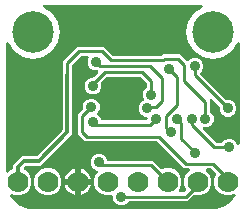
<source format=gbr>
G04 EAGLE Gerber RS-274X export*
G75*
%MOMM*%
%FSLAX34Y34*%
%LPD*%
%INBottom Copper*%
%IPPOS*%
%AMOC8*
5,1,8,0,0,1.08239X$1,22.5*%
G01*
%ADD10C,3.516000*%
%ADD11C,1.778000*%
%ADD12C,0.906400*%
%ADD13C,0.254000*%
%ADD14C,0.304800*%

G36*
X3868Y33212D02*
X3868Y33212D01*
X4007Y33217D01*
X4027Y33222D01*
X4047Y33224D01*
X4179Y33266D01*
X4313Y33305D01*
X4330Y33315D01*
X4349Y33322D01*
X4467Y33396D01*
X4587Y33467D01*
X4608Y33485D01*
X4618Y33492D01*
X4632Y33507D01*
X4707Y33573D01*
X6225Y35091D01*
X7852Y35764D01*
X7877Y35779D01*
X7905Y35788D01*
X8015Y35858D01*
X8128Y35922D01*
X8149Y35942D01*
X8174Y35958D01*
X8263Y36053D01*
X8356Y36143D01*
X8372Y36168D01*
X8392Y36190D01*
X8455Y36303D01*
X8523Y36414D01*
X8531Y36442D01*
X8546Y36468D01*
X8578Y36594D01*
X8616Y36718D01*
X8618Y36748D01*
X8625Y36776D01*
X8635Y36937D01*
X8635Y39784D01*
X16096Y47245D01*
X28271Y47245D01*
X28369Y47257D01*
X28468Y47260D01*
X28526Y47277D01*
X28586Y47285D01*
X28678Y47321D01*
X28773Y47349D01*
X28825Y47379D01*
X28882Y47402D01*
X28962Y47460D01*
X29047Y47510D01*
X29123Y47576D01*
X29139Y47588D01*
X29147Y47598D01*
X29168Y47616D01*
X50174Y68622D01*
X50234Y68700D01*
X50302Y68772D01*
X50331Y68825D01*
X50368Y68873D01*
X50408Y68964D01*
X50456Y69051D01*
X50471Y69109D01*
X50495Y69165D01*
X50510Y69263D01*
X50535Y69359D01*
X50541Y69459D01*
X50545Y69479D01*
X50543Y69491D01*
X50545Y69519D01*
X50545Y117275D01*
X50556Y117286D01*
X50585Y117339D01*
X50622Y117387D01*
X50662Y117478D01*
X50710Y117565D01*
X50725Y117623D01*
X50726Y117627D01*
X50737Y117650D01*
X50738Y117653D01*
X50749Y117679D01*
X50764Y117777D01*
X50789Y117873D01*
X50794Y117946D01*
X50797Y117962D01*
X50796Y117976D01*
X50799Y117993D01*
X50797Y118005D01*
X50799Y118033D01*
X50799Y127308D01*
X63192Y139701D01*
X85398Y139701D01*
X92647Y132452D01*
X92725Y132392D01*
X92797Y132324D01*
X92850Y132295D01*
X92898Y132258D01*
X92989Y132218D01*
X93076Y132170D01*
X93134Y132155D01*
X93190Y132131D01*
X93288Y132116D01*
X93384Y132091D01*
X93484Y132085D01*
X93504Y132081D01*
X93516Y132083D01*
X93544Y132081D01*
X133786Y132081D01*
X133884Y132093D01*
X133983Y132096D01*
X134041Y132113D01*
X134101Y132121D01*
X134193Y132157D01*
X134289Y132185D01*
X134341Y132215D01*
X134397Y132238D01*
X134477Y132296D01*
X134562Y132346D01*
X134638Y132412D01*
X134654Y132424D01*
X134662Y132434D01*
X134683Y132452D01*
X135582Y133351D01*
X150168Y133351D01*
X152772Y130747D01*
X154877Y128642D01*
X155546Y127973D01*
X155640Y127900D01*
X155729Y127821D01*
X155765Y127803D01*
X155797Y127778D01*
X155907Y127731D01*
X156012Y127677D01*
X156052Y127668D01*
X156089Y127652D01*
X156207Y127633D01*
X156323Y127607D01*
X156363Y127608D01*
X156403Y127602D01*
X156522Y127613D01*
X156641Y127617D01*
X156680Y127628D01*
X156720Y127632D01*
X156832Y127672D01*
X156946Y127705D01*
X156981Y127726D01*
X157019Y127740D01*
X157118Y127806D01*
X157220Y127867D01*
X157265Y127907D01*
X157282Y127918D01*
X157296Y127933D01*
X157341Y127973D01*
X158554Y129186D01*
X161153Y130263D01*
X163967Y130263D01*
X166566Y129186D01*
X168556Y127196D01*
X169633Y124597D01*
X169633Y121783D01*
X168556Y119184D01*
X167343Y117971D01*
X167270Y117877D01*
X167191Y117788D01*
X167173Y117752D01*
X167148Y117720D01*
X167101Y117610D01*
X167047Y117504D01*
X167038Y117465D01*
X167022Y117428D01*
X167003Y117310D01*
X166977Y117194D01*
X166978Y117154D01*
X166972Y117114D01*
X166983Y116995D01*
X166987Y116876D01*
X166998Y116837D01*
X167002Y116797D01*
X167042Y116685D01*
X167075Y116571D01*
X167096Y116536D01*
X167110Y116498D01*
X167176Y116399D01*
X167237Y116297D01*
X167277Y116251D01*
X167288Y116235D01*
X167303Y116221D01*
X167343Y116176D01*
X188445Y95074D01*
X188523Y95014D01*
X188595Y94946D01*
X188648Y94917D01*
X188696Y94880D01*
X188787Y94840D01*
X188874Y94792D01*
X188932Y94777D01*
X188988Y94753D01*
X189086Y94738D01*
X189182Y94713D01*
X189282Y94707D01*
X189302Y94703D01*
X189314Y94705D01*
X189342Y94703D01*
X191907Y94703D01*
X194506Y93626D01*
X196496Y91636D01*
X197573Y89037D01*
X197573Y86223D01*
X196496Y83624D01*
X194506Y81634D01*
X191907Y80557D01*
X189093Y80557D01*
X186494Y81634D01*
X184504Y83624D01*
X183427Y86223D01*
X183427Y88788D01*
X183415Y88886D01*
X183412Y88985D01*
X183395Y89043D01*
X183387Y89103D01*
X183351Y89195D01*
X183323Y89291D01*
X183293Y89343D01*
X183270Y89399D01*
X183212Y89479D01*
X183162Y89564D01*
X183096Y89640D01*
X183084Y89656D01*
X183074Y89664D01*
X183056Y89685D01*
X177427Y95313D01*
X177318Y95399D01*
X177211Y95487D01*
X177192Y95496D01*
X177176Y95508D01*
X177048Y95564D01*
X176923Y95623D01*
X176903Y95627D01*
X176884Y95635D01*
X176746Y95657D01*
X176610Y95683D01*
X176590Y95681D01*
X176570Y95684D01*
X176431Y95671D01*
X176293Y95663D01*
X176274Y95657D01*
X176254Y95655D01*
X176122Y95607D01*
X175991Y95565D01*
X175973Y95554D01*
X175954Y95547D01*
X175839Y95469D01*
X175722Y95395D01*
X175708Y95380D01*
X175691Y95368D01*
X175599Y95264D01*
X175504Y95163D01*
X175494Y95145D01*
X175481Y95130D01*
X175417Y95006D01*
X175350Y94884D01*
X175345Y94865D01*
X175336Y94847D01*
X175306Y94711D01*
X175271Y94577D01*
X175269Y94548D01*
X175266Y94537D01*
X175267Y94516D01*
X175261Y94416D01*
X175261Y85457D01*
X175273Y85359D01*
X175276Y85260D01*
X175293Y85202D01*
X175301Y85142D01*
X175337Y85050D01*
X175365Y84955D01*
X175395Y84902D01*
X175418Y84846D01*
X175476Y84766D01*
X175526Y84681D01*
X175592Y84605D01*
X175604Y84589D01*
X175614Y84581D01*
X175632Y84560D01*
X177446Y82746D01*
X178523Y80147D01*
X178523Y77333D01*
X177446Y74734D01*
X175456Y72744D01*
X172857Y71667D01*
X170466Y71667D01*
X170329Y71650D01*
X170190Y71637D01*
X170171Y71630D01*
X170151Y71627D01*
X170022Y71576D01*
X169891Y71529D01*
X169874Y71518D01*
X169855Y71510D01*
X169743Y71429D01*
X169627Y71351D01*
X169614Y71335D01*
X169598Y71324D01*
X169509Y71216D01*
X169417Y71112D01*
X169408Y71094D01*
X169395Y71079D01*
X169336Y70953D01*
X169272Y70829D01*
X169268Y70809D01*
X169259Y70791D01*
X169233Y70655D01*
X169203Y70519D01*
X169203Y70498D01*
X169199Y70479D01*
X169208Y70340D01*
X169212Y70201D01*
X169218Y70181D01*
X169219Y70161D01*
X169262Y70029D01*
X169301Y69895D01*
X169311Y69878D01*
X169317Y69859D01*
X169392Y69741D01*
X169462Y69621D01*
X169481Y69600D01*
X169487Y69590D01*
X169502Y69576D01*
X169569Y69501D01*
X180277Y58792D01*
X180355Y58732D01*
X180427Y58664D01*
X180480Y58635D01*
X180528Y58598D01*
X180619Y58558D01*
X180706Y58510D01*
X180764Y58495D01*
X180820Y58471D01*
X180918Y58456D01*
X181014Y58431D01*
X181114Y58425D01*
X181134Y58421D01*
X181146Y58423D01*
X181174Y58421D01*
X185053Y58421D01*
X185151Y58433D01*
X185250Y58436D01*
X185308Y58453D01*
X185368Y58461D01*
X185460Y58497D01*
X185555Y58525D01*
X185608Y58555D01*
X185664Y58578D01*
X185744Y58636D01*
X185829Y58686D01*
X185905Y58752D01*
X185921Y58764D01*
X185929Y58774D01*
X185950Y58792D01*
X187764Y60606D01*
X190363Y61683D01*
X193177Y61683D01*
X195776Y60606D01*
X197766Y58616D01*
X198217Y57527D01*
X198252Y57466D01*
X198278Y57401D01*
X198330Y57328D01*
X198375Y57250D01*
X198423Y57200D01*
X198464Y57144D01*
X198534Y57086D01*
X198596Y57022D01*
X198656Y56985D01*
X198709Y56941D01*
X198791Y56903D01*
X198867Y56856D01*
X198934Y56835D01*
X198997Y56805D01*
X199085Y56788D01*
X199171Y56762D01*
X199241Y56759D01*
X199310Y56746D01*
X199399Y56751D01*
X199489Y56747D01*
X199557Y56761D01*
X199627Y56765D01*
X199712Y56793D01*
X199800Y56811D01*
X199863Y56842D01*
X199929Y56863D01*
X200005Y56911D01*
X200086Y56951D01*
X200139Y56996D01*
X200198Y57033D01*
X200260Y57099D01*
X200328Y57157D01*
X200368Y57214D01*
X200416Y57265D01*
X200459Y57344D01*
X200511Y57417D01*
X200536Y57483D01*
X200570Y57544D01*
X200592Y57630D01*
X200624Y57715D01*
X200632Y57784D01*
X200649Y57852D01*
X200659Y58012D01*
X200659Y142396D01*
X200646Y142500D01*
X200642Y142604D01*
X200626Y142657D01*
X200619Y142711D01*
X200581Y142808D01*
X200551Y142909D01*
X200523Y142956D01*
X200502Y143007D01*
X200441Y143092D01*
X200387Y143181D01*
X200348Y143220D01*
X200316Y143265D01*
X200235Y143331D01*
X200161Y143404D01*
X200113Y143432D01*
X200071Y143467D01*
X199976Y143512D01*
X199886Y143564D01*
X199833Y143579D01*
X199783Y143603D01*
X199680Y143622D01*
X199580Y143651D01*
X199525Y143652D01*
X199471Y143663D01*
X199366Y143656D01*
X199262Y143659D01*
X199208Y143646D01*
X199153Y143643D01*
X199054Y143611D01*
X198952Y143587D01*
X198903Y143562D01*
X198851Y143545D01*
X198762Y143489D01*
X198670Y143441D01*
X198628Y143404D01*
X198582Y143375D01*
X198510Y143299D01*
X198432Y143229D01*
X198379Y143159D01*
X198364Y143143D01*
X198357Y143130D01*
X198335Y143101D01*
X193834Y136366D01*
X186478Y131450D01*
X177800Y129724D01*
X169122Y131450D01*
X161766Y136366D01*
X156850Y143722D01*
X155124Y152400D01*
X156850Y161078D01*
X161766Y168434D01*
X168501Y172935D01*
X168580Y173003D01*
X168665Y173064D01*
X168700Y173107D01*
X168741Y173143D01*
X168801Y173229D01*
X168867Y173309D01*
X168891Y173359D01*
X168922Y173405D01*
X168958Y173503D01*
X169003Y173597D01*
X169013Y173651D01*
X169032Y173703D01*
X169043Y173807D01*
X169063Y173910D01*
X169059Y173965D01*
X169065Y174019D01*
X169049Y174123D01*
X169043Y174227D01*
X169026Y174279D01*
X169018Y174334D01*
X168977Y174430D01*
X168945Y174529D01*
X168915Y174576D01*
X168894Y174627D01*
X168831Y174710D01*
X168775Y174798D01*
X168735Y174836D01*
X168701Y174880D01*
X168619Y174945D01*
X168543Y175016D01*
X168495Y175043D01*
X168452Y175077D01*
X168356Y175119D01*
X168265Y175170D01*
X168211Y175183D01*
X168161Y175206D01*
X168058Y175223D01*
X167957Y175249D01*
X167869Y175255D01*
X167847Y175258D01*
X167832Y175257D01*
X167796Y175259D01*
X35404Y175259D01*
X35300Y175246D01*
X35196Y175242D01*
X35143Y175226D01*
X35089Y175219D01*
X34992Y175181D01*
X34891Y175151D01*
X34844Y175123D01*
X34793Y175102D01*
X34708Y175041D01*
X34619Y174987D01*
X34580Y174948D01*
X34536Y174916D01*
X34469Y174835D01*
X34396Y174761D01*
X34368Y174713D01*
X34333Y174671D01*
X34288Y174576D01*
X34236Y174486D01*
X34221Y174433D01*
X34197Y174383D01*
X34178Y174280D01*
X34149Y174180D01*
X34148Y174125D01*
X34137Y174071D01*
X34144Y173966D01*
X34141Y173862D01*
X34154Y173808D01*
X34157Y173753D01*
X34189Y173654D01*
X34213Y173552D01*
X34238Y173503D01*
X34255Y173451D01*
X34311Y173362D01*
X34359Y173270D01*
X34396Y173228D01*
X34425Y173182D01*
X34501Y173110D01*
X34571Y173032D01*
X34641Y172979D01*
X34657Y172964D01*
X34670Y172957D01*
X34699Y172935D01*
X41434Y168434D01*
X46350Y161078D01*
X48076Y152400D01*
X46350Y143722D01*
X41434Y136366D01*
X34078Y131450D01*
X25400Y129724D01*
X16722Y131450D01*
X9366Y136366D01*
X4865Y143101D01*
X4797Y143180D01*
X4736Y143265D01*
X4693Y143300D01*
X4657Y143341D01*
X4571Y143401D01*
X4491Y143467D01*
X4441Y143491D01*
X4395Y143522D01*
X4297Y143558D01*
X4203Y143603D01*
X4149Y143613D01*
X4097Y143632D01*
X3993Y143643D01*
X3890Y143663D01*
X3835Y143659D01*
X3781Y143665D01*
X3677Y143649D01*
X3573Y143643D01*
X3521Y143626D01*
X3466Y143618D01*
X3370Y143577D01*
X3271Y143545D01*
X3224Y143515D01*
X3173Y143494D01*
X3090Y143431D01*
X3002Y143375D01*
X2964Y143335D01*
X2920Y143301D01*
X2855Y143219D01*
X2784Y143143D01*
X2757Y143095D01*
X2723Y143052D01*
X2681Y142956D01*
X2630Y142865D01*
X2617Y142811D01*
X2594Y142761D01*
X2577Y142658D01*
X2551Y142557D01*
X2545Y142469D01*
X2542Y142447D01*
X2543Y142432D01*
X2541Y142396D01*
X2541Y34470D01*
X2558Y34333D01*
X2571Y34194D01*
X2578Y34175D01*
X2581Y34155D01*
X2632Y34026D01*
X2679Y33895D01*
X2690Y33878D01*
X2698Y33859D01*
X2779Y33747D01*
X2857Y33632D01*
X2873Y33618D01*
X2884Y33602D01*
X2992Y33513D01*
X3096Y33421D01*
X3114Y33412D01*
X3129Y33399D01*
X3255Y33340D01*
X3379Y33277D01*
X3399Y33272D01*
X3417Y33264D01*
X3554Y33237D01*
X3689Y33207D01*
X3710Y33208D01*
X3729Y33204D01*
X3868Y33212D01*
G37*
G36*
X177822Y2543D02*
X177822Y2543D01*
X177900Y2545D01*
X181277Y2810D01*
X181345Y2824D01*
X181414Y2829D01*
X181570Y2869D01*
X187994Y4956D01*
X188101Y5006D01*
X188212Y5050D01*
X188263Y5083D01*
X188282Y5091D01*
X188297Y5104D01*
X188348Y5136D01*
X193812Y9107D01*
X193899Y9188D01*
X193946Y9227D01*
X193952Y9231D01*
X193953Y9232D01*
X193991Y9264D01*
X194029Y9310D01*
X194044Y9324D01*
X194055Y9342D01*
X194093Y9388D01*
X196778Y13083D01*
X196840Y13196D01*
X196908Y13306D01*
X196917Y13335D01*
X196931Y13361D01*
X196963Y13487D01*
X197001Y13610D01*
X197003Y13640D01*
X197010Y13669D01*
X197010Y13799D01*
X197017Y13928D01*
X197010Y13957D01*
X197010Y13987D01*
X196978Y14113D01*
X196952Y14239D01*
X196939Y14266D01*
X196931Y14296D01*
X196869Y14409D01*
X196813Y14525D01*
X196793Y14548D01*
X196778Y14574D01*
X196690Y14669D01*
X196606Y14767D01*
X196581Y14784D01*
X196561Y14806D01*
X196452Y14876D01*
X196346Y14950D01*
X196318Y14961D01*
X196292Y14977D01*
X196170Y15017D01*
X196049Y15063D01*
X196019Y15066D01*
X195990Y15075D01*
X195861Y15084D01*
X195733Y15098D01*
X195703Y15094D01*
X195673Y15096D01*
X195546Y15072D01*
X195418Y15053D01*
X195377Y15039D01*
X195360Y15036D01*
X195341Y15027D01*
X195265Y15001D01*
X192774Y13969D01*
X188226Y13969D01*
X184025Y15709D01*
X180809Y18925D01*
X179069Y23126D01*
X179069Y27674D01*
X180592Y31350D01*
X180600Y31379D01*
X180613Y31405D01*
X180642Y31532D01*
X180676Y31657D01*
X180677Y31687D01*
X180683Y31716D01*
X180679Y31845D01*
X180681Y31975D01*
X180674Y32004D01*
X180673Y32033D01*
X180637Y32158D01*
X180607Y32284D01*
X180593Y32311D01*
X180585Y32339D01*
X180519Y32451D01*
X180458Y32566D01*
X180439Y32587D01*
X180424Y32613D01*
X180317Y32734D01*
X176593Y36458D01*
X176515Y36518D01*
X176443Y36586D01*
X176390Y36615D01*
X176342Y36652D01*
X176251Y36692D01*
X176164Y36740D01*
X176106Y36755D01*
X176050Y36779D01*
X175952Y36794D01*
X175856Y36819D01*
X175756Y36825D01*
X175736Y36829D01*
X175724Y36827D01*
X175696Y36829D01*
X172900Y36829D01*
X172763Y36812D01*
X172624Y36799D01*
X172605Y36792D01*
X172585Y36789D01*
X172456Y36738D01*
X172325Y36691D01*
X172308Y36680D01*
X172289Y36672D01*
X172177Y36591D01*
X172062Y36513D01*
X172048Y36497D01*
X172032Y36486D01*
X171943Y36378D01*
X171851Y36274D01*
X171842Y36256D01*
X171829Y36241D01*
X171770Y36115D01*
X171707Y35991D01*
X171702Y35971D01*
X171694Y35953D01*
X171667Y35817D01*
X171637Y35681D01*
X171638Y35660D01*
X171634Y35641D01*
X171642Y35502D01*
X171647Y35363D01*
X171652Y35343D01*
X171654Y35323D01*
X171696Y35191D01*
X171735Y35057D01*
X171745Y35040D01*
X171752Y35021D01*
X171826Y34903D01*
X171897Y34783D01*
X171915Y34762D01*
X171922Y34752D01*
X171937Y34738D01*
X171940Y34734D01*
X171941Y34733D01*
X171942Y34731D01*
X172003Y34663D01*
X174791Y31875D01*
X176531Y27674D01*
X176531Y23126D01*
X174791Y18925D01*
X171575Y15709D01*
X167374Y13969D01*
X162826Y13969D01*
X162587Y14068D01*
X162558Y14076D01*
X162532Y14090D01*
X162406Y14118D01*
X162280Y14152D01*
X162251Y14153D01*
X162222Y14159D01*
X162092Y14155D01*
X161962Y14157D01*
X161933Y14151D01*
X161904Y14150D01*
X161779Y14114D01*
X161653Y14083D01*
X161627Y14070D01*
X161598Y14061D01*
X161487Y13995D01*
X161372Y13935D01*
X161350Y13915D01*
X161324Y13900D01*
X161204Y13793D01*
X156299Y8889D01*
X107047Y8889D01*
X106949Y8877D01*
X106850Y8874D01*
X106792Y8857D01*
X106732Y8849D01*
X106640Y8813D01*
X106545Y8785D01*
X106492Y8755D01*
X106436Y8732D01*
X106356Y8674D01*
X106271Y8624D01*
X106195Y8558D01*
X106179Y8546D01*
X106177Y8544D01*
X106177Y8543D01*
X106170Y8535D01*
X106150Y8518D01*
X104336Y6704D01*
X101737Y5627D01*
X98923Y5627D01*
X96324Y6704D01*
X94334Y8694D01*
X93257Y11293D01*
X93257Y12933D01*
X93251Y12982D01*
X93253Y13032D01*
X93231Y13139D01*
X93217Y13248D01*
X93199Y13294D01*
X93189Y13343D01*
X93141Y13442D01*
X93100Y13544D01*
X93071Y13584D01*
X93049Y13629D01*
X92978Y13712D01*
X92914Y13801D01*
X92875Y13833D01*
X92843Y13871D01*
X92753Y13934D01*
X92669Y14004D01*
X92624Y14025D01*
X92583Y14054D01*
X92480Y14093D01*
X92381Y14140D01*
X92332Y14149D01*
X92286Y14167D01*
X92176Y14179D01*
X92069Y14199D01*
X92019Y14196D01*
X91969Y14202D01*
X91861Y14187D01*
X91751Y14180D01*
X91704Y14164D01*
X91655Y14157D01*
X91502Y14105D01*
X91174Y13969D01*
X86626Y13969D01*
X82425Y15709D01*
X79209Y18925D01*
X77469Y23126D01*
X77469Y27674D01*
X79209Y31875D01*
X80155Y32821D01*
X80186Y32860D01*
X80223Y32894D01*
X80283Y32985D01*
X80350Y33072D01*
X80370Y33118D01*
X80397Y33159D01*
X80433Y33263D01*
X80477Y33364D01*
X80484Y33413D01*
X80501Y33460D01*
X80509Y33569D01*
X80526Y33678D01*
X80522Y33728D01*
X80526Y33777D01*
X80507Y33885D01*
X80497Y33995D01*
X80480Y34041D01*
X80471Y34090D01*
X80426Y34191D01*
X80389Y34294D01*
X80361Y34335D01*
X80341Y34380D01*
X80272Y34466D01*
X80210Y34557D01*
X80173Y34590D01*
X80142Y34629D01*
X80054Y34695D01*
X79972Y34768D01*
X79928Y34790D01*
X79888Y34820D01*
X79744Y34891D01*
X77274Y35914D01*
X75284Y37904D01*
X74207Y40503D01*
X74207Y43317D01*
X75284Y45916D01*
X77274Y47906D01*
X79873Y48983D01*
X82687Y48983D01*
X85286Y47906D01*
X87276Y45916D01*
X88085Y43964D01*
X88099Y43939D01*
X88108Y43911D01*
X88178Y43801D01*
X88242Y43688D01*
X88263Y43667D01*
X88278Y43642D01*
X88373Y43553D01*
X88463Y43460D01*
X88489Y43444D01*
X88510Y43424D01*
X88624Y43361D01*
X88735Y43293D01*
X88763Y43285D01*
X88789Y43270D01*
X88914Y43238D01*
X89038Y43200D01*
X89068Y43198D01*
X89097Y43191D01*
X89257Y43181D01*
X127308Y43181D01*
X129912Y40577D01*
X134162Y36327D01*
X134186Y36309D01*
X134205Y36286D01*
X134311Y36212D01*
X134414Y36132D01*
X134441Y36120D01*
X134465Y36103D01*
X134586Y36057D01*
X134705Y36006D01*
X134735Y36001D01*
X134762Y35990D01*
X134891Y35976D01*
X135020Y35956D01*
X135049Y35958D01*
X135078Y35955D01*
X135207Y35973D01*
X135336Y35986D01*
X135364Y35996D01*
X135393Y36000D01*
X135546Y36052D01*
X137426Y36831D01*
X141974Y36831D01*
X146175Y35091D01*
X149391Y31875D01*
X151131Y27674D01*
X151131Y23126D01*
X149391Y18925D01*
X149143Y18678D01*
X149058Y18568D01*
X148969Y18461D01*
X148960Y18442D01*
X148948Y18426D01*
X148893Y18299D01*
X148834Y18173D01*
X148830Y18153D01*
X148822Y18134D01*
X148800Y17997D01*
X148774Y17860D01*
X148775Y17840D01*
X148772Y17820D01*
X148785Y17681D01*
X148794Y17543D01*
X148800Y17524D01*
X148802Y17504D01*
X148849Y17372D01*
X148892Y17241D01*
X148902Y17224D01*
X148909Y17204D01*
X148987Y17089D01*
X149062Y16972D01*
X149076Y16958D01*
X149088Y16941D01*
X149192Y16849D01*
X149293Y16754D01*
X149311Y16744D01*
X149326Y16731D01*
X149450Y16667D01*
X149572Y16600D01*
X149591Y16595D01*
X149609Y16586D01*
X149746Y16556D01*
X149880Y16521D01*
X149908Y16519D01*
X149920Y16516D01*
X149940Y16517D01*
X150040Y16511D01*
X152617Y16511D01*
X152715Y16523D01*
X152814Y16526D01*
X152872Y16543D01*
X152932Y16551D01*
X153024Y16587D01*
X153120Y16615D01*
X153172Y16645D01*
X153228Y16668D01*
X153308Y16726D01*
X153393Y16776D01*
X153469Y16842D01*
X153485Y16854D01*
X153493Y16864D01*
X153514Y16882D01*
X154853Y18221D01*
X154871Y18244D01*
X154894Y18264D01*
X154968Y18370D01*
X155048Y18472D01*
X155060Y18499D01*
X155077Y18524D01*
X155123Y18645D01*
X155174Y18764D01*
X155179Y18793D01*
X155189Y18821D01*
X155204Y18950D01*
X155224Y19078D01*
X155221Y19108D01*
X155225Y19137D01*
X155206Y19266D01*
X155194Y19395D01*
X155184Y19423D01*
X155180Y19452D01*
X155128Y19604D01*
X153669Y23126D01*
X153669Y27674D01*
X155409Y31875D01*
X158197Y34663D01*
X158282Y34772D01*
X158371Y34879D01*
X158380Y34898D01*
X158392Y34914D01*
X158447Y35042D01*
X158506Y35167D01*
X158510Y35187D01*
X158518Y35206D01*
X158540Y35344D01*
X158566Y35480D01*
X158565Y35500D01*
X158568Y35520D01*
X158555Y35659D01*
X158546Y35797D01*
X158540Y35816D01*
X158538Y35836D01*
X158491Y35968D01*
X158448Y36099D01*
X158438Y36117D01*
X158431Y36136D01*
X158353Y36251D01*
X158278Y36368D01*
X158264Y36382D01*
X158252Y36399D01*
X158148Y36491D01*
X158047Y36586D01*
X158029Y36596D01*
X158014Y36609D01*
X157890Y36673D01*
X157768Y36740D01*
X157749Y36745D01*
X157731Y36754D01*
X157595Y36784D01*
X157460Y36819D01*
X157432Y36821D01*
X157420Y36824D01*
X157400Y36823D01*
X157300Y36829D01*
X153362Y36829D01*
X130873Y59318D01*
X130795Y59378D01*
X130723Y59446D01*
X130670Y59475D01*
X130622Y59512D01*
X130531Y59552D01*
X130444Y59600D01*
X130386Y59615D01*
X130330Y59639D01*
X130232Y59654D01*
X130136Y59679D01*
X130036Y59685D01*
X130016Y59689D01*
X130004Y59687D01*
X129976Y59689D01*
X69542Y59689D01*
X63499Y65732D01*
X63499Y82858D01*
X67486Y86845D01*
X67546Y86923D01*
X67614Y86995D01*
X67643Y87048D01*
X67680Y87096D01*
X67720Y87187D01*
X67768Y87274D01*
X67783Y87332D01*
X67807Y87388D01*
X67822Y87486D01*
X67847Y87582D01*
X67853Y87682D01*
X67857Y87702D01*
X67855Y87714D01*
X67857Y87742D01*
X67857Y90307D01*
X68934Y92906D01*
X70924Y94896D01*
X73523Y95973D01*
X76337Y95973D01*
X78936Y94896D01*
X80926Y92906D01*
X82003Y90307D01*
X82003Y87493D01*
X80926Y84894D01*
X80115Y84082D01*
X80042Y83988D01*
X79963Y83899D01*
X79945Y83863D01*
X79920Y83831D01*
X79873Y83722D01*
X79818Y83616D01*
X79810Y83577D01*
X79794Y83539D01*
X79775Y83422D01*
X79749Y83306D01*
X79750Y83265D01*
X79744Y83225D01*
X79755Y83107D01*
X79758Y82988D01*
X79770Y82949D01*
X79774Y82909D01*
X79814Y82797D01*
X79847Y82682D01*
X79867Y82647D01*
X79881Y82609D01*
X79948Y82511D01*
X80008Y82408D01*
X80048Y82363D01*
X80060Y82346D01*
X80075Y82333D01*
X80115Y82287D01*
X82196Y80206D01*
X83005Y78254D01*
X83019Y78229D01*
X83028Y78201D01*
X83098Y78091D01*
X83162Y77978D01*
X83183Y77957D01*
X83198Y77932D01*
X83293Y77843D01*
X83383Y77750D01*
X83409Y77734D01*
X83430Y77714D01*
X83544Y77651D01*
X83655Y77583D01*
X83683Y77575D01*
X83709Y77560D01*
X83834Y77528D01*
X83958Y77490D01*
X83988Y77488D01*
X84017Y77481D01*
X84177Y77471D01*
X121198Y77471D01*
X121316Y77486D01*
X121435Y77493D01*
X121473Y77506D01*
X121514Y77511D01*
X121624Y77554D01*
X121737Y77591D01*
X121772Y77613D01*
X121809Y77628D01*
X121905Y77697D01*
X122006Y77761D01*
X122034Y77791D01*
X122067Y77814D01*
X122143Y77906D01*
X122224Y77993D01*
X122244Y78028D01*
X122269Y78059D01*
X122320Y78167D01*
X122378Y78271D01*
X122388Y78311D01*
X122405Y78347D01*
X122427Y78464D01*
X122457Y78579D01*
X122461Y78639D01*
X122465Y78659D01*
X122463Y78680D01*
X122467Y78740D01*
X122467Y79288D01*
X122452Y79406D01*
X122445Y79525D01*
X122432Y79563D01*
X122427Y79604D01*
X122384Y79714D01*
X122347Y79827D01*
X122325Y79862D01*
X122310Y79899D01*
X122241Y79995D01*
X122177Y80096D01*
X122147Y80124D01*
X122124Y80157D01*
X122032Y80233D01*
X121945Y80314D01*
X121910Y80334D01*
X121879Y80359D01*
X121771Y80410D01*
X121667Y80468D01*
X121627Y80478D01*
X121591Y80495D01*
X121474Y80517D01*
X121359Y80547D01*
X121299Y80551D01*
X121279Y80555D01*
X121258Y80553D01*
X121198Y80557D01*
X120513Y80557D01*
X117914Y81634D01*
X115924Y83624D01*
X114847Y86223D01*
X114847Y89037D01*
X115924Y91636D01*
X117914Y93626D01*
X118800Y93993D01*
X118903Y94052D01*
X119010Y94104D01*
X119041Y94130D01*
X119076Y94150D01*
X119162Y94234D01*
X119252Y94311D01*
X119275Y94344D01*
X119304Y94372D01*
X119367Y94473D01*
X119435Y94571D01*
X119449Y94608D01*
X119470Y94643D01*
X119505Y94757D01*
X119548Y94868D01*
X119552Y94908D01*
X119564Y94947D01*
X119570Y95065D01*
X119583Y95184D01*
X119577Y95224D01*
X119579Y95264D01*
X119555Y95381D01*
X119548Y95429D01*
X119548Y95433D01*
X119548Y95435D01*
X119539Y95499D01*
X119519Y95556D01*
X119515Y95576D01*
X119506Y95594D01*
X119486Y95651D01*
X118657Y97653D01*
X118657Y100467D01*
X119734Y103066D01*
X121548Y104880D01*
X121608Y104958D01*
X121676Y105030D01*
X121705Y105083D01*
X121742Y105131D01*
X121782Y105222D01*
X121830Y105309D01*
X121845Y105367D01*
X121869Y105423D01*
X121884Y105521D01*
X121909Y105617D01*
X121915Y105717D01*
X121919Y105737D01*
X121917Y105749D01*
X121919Y105777D01*
X121919Y108386D01*
X121907Y108484D01*
X121904Y108583D01*
X121887Y108641D01*
X121879Y108701D01*
X121843Y108793D01*
X121815Y108889D01*
X121785Y108941D01*
X121762Y108997D01*
X121704Y109077D01*
X121654Y109162D01*
X121588Y109238D01*
X121576Y109254D01*
X121566Y109262D01*
X121548Y109283D01*
X116903Y113928D01*
X116825Y113988D01*
X116753Y114056D01*
X116700Y114085D01*
X116652Y114122D01*
X116561Y114162D01*
X116474Y114210D01*
X116416Y114225D01*
X116360Y114249D01*
X116262Y114264D01*
X116166Y114289D01*
X116066Y114295D01*
X116046Y114299D01*
X116034Y114297D01*
X116006Y114299D01*
X88464Y114299D01*
X88366Y114287D01*
X88267Y114284D01*
X88209Y114267D01*
X88149Y114259D01*
X88057Y114223D01*
X87961Y114195D01*
X87909Y114165D01*
X87853Y114142D01*
X87773Y114084D01*
X87688Y114034D01*
X87612Y113968D01*
X87596Y113956D01*
X87588Y113946D01*
X87567Y113928D01*
X83419Y109780D01*
X83401Y109757D01*
X83379Y109738D01*
X83304Y109632D01*
X83224Y109529D01*
X83213Y109502D01*
X83196Y109478D01*
X83150Y109356D01*
X83098Y109237D01*
X83093Y109208D01*
X83083Y109180D01*
X83069Y109051D01*
X83048Y108923D01*
X83051Y108894D01*
X83048Y108864D01*
X83066Y108736D01*
X83078Y108606D01*
X83088Y108579D01*
X83092Y108549D01*
X83144Y108397D01*
X83273Y108087D01*
X83273Y105273D01*
X82196Y102674D01*
X80206Y100684D01*
X77607Y99607D01*
X74793Y99607D01*
X72194Y100684D01*
X70204Y102674D01*
X69127Y105273D01*
X69127Y108087D01*
X70204Y110686D01*
X72194Y112676D01*
X74793Y113753D01*
X76088Y113753D01*
X76186Y113765D01*
X76285Y113768D01*
X76343Y113785D01*
X76403Y113793D01*
X76495Y113829D01*
X76591Y113857D01*
X76643Y113887D01*
X76699Y113910D01*
X76779Y113968D01*
X76864Y114018D01*
X76940Y114084D01*
X76956Y114096D01*
X76964Y114106D01*
X76985Y114124D01*
X80621Y117761D01*
X80707Y117870D01*
X80795Y117977D01*
X80804Y117996D01*
X80816Y118012D01*
X80872Y118140D01*
X80931Y118265D01*
X80935Y118285D01*
X80943Y118304D01*
X80965Y118442D01*
X80991Y118578D01*
X80989Y118598D01*
X80992Y118618D01*
X80979Y118757D01*
X80971Y118895D01*
X80965Y118914D01*
X80963Y118934D01*
X80915Y119066D01*
X80873Y119197D01*
X80862Y119215D01*
X80855Y119234D01*
X80777Y119349D01*
X80703Y119466D01*
X80688Y119480D01*
X80676Y119497D01*
X80572Y119589D01*
X80471Y119684D01*
X80453Y119694D01*
X80438Y119707D01*
X80314Y119771D01*
X80192Y119838D01*
X80173Y119843D01*
X80155Y119852D01*
X80019Y119882D01*
X79885Y119917D01*
X79856Y119919D01*
X79845Y119922D01*
X79824Y119921D01*
X79724Y119927D01*
X77333Y119927D01*
X74734Y121004D01*
X72744Y122994D01*
X71667Y125593D01*
X71667Y128407D01*
X72462Y130324D01*
X72475Y130372D01*
X72496Y130417D01*
X72516Y130525D01*
X72545Y130631D01*
X72546Y130681D01*
X72556Y130730D01*
X72549Y130839D01*
X72551Y130949D01*
X72539Y130997D01*
X72536Y131047D01*
X72502Y131151D01*
X72476Y131258D01*
X72453Y131302D01*
X72438Y131349D01*
X72379Y131442D01*
X72328Y131539D01*
X72294Y131576D01*
X72268Y131618D01*
X72188Y131693D01*
X72114Y131775D01*
X72072Y131802D01*
X72036Y131836D01*
X71940Y131889D01*
X71848Y131949D01*
X71801Y131966D01*
X71758Y131990D01*
X71651Y132017D01*
X71547Y132053D01*
X71498Y132057D01*
X71450Y132069D01*
X71289Y132079D01*
X66874Y132079D01*
X66776Y132067D01*
X66677Y132064D01*
X66619Y132047D01*
X66559Y132039D01*
X66467Y132003D01*
X66371Y131975D01*
X66319Y131945D01*
X66263Y131922D01*
X66183Y131864D01*
X66098Y131814D01*
X66022Y131748D01*
X66006Y131736D01*
X65998Y131726D01*
X65977Y131708D01*
X58792Y124523D01*
X58732Y124445D01*
X58664Y124373D01*
X58635Y124320D01*
X58598Y124272D01*
X58558Y124181D01*
X58510Y124094D01*
X58495Y124036D01*
X58471Y123980D01*
X58456Y123882D01*
X58431Y123786D01*
X58425Y123686D01*
X58421Y123666D01*
X58423Y123654D01*
X58421Y123626D01*
X58421Y118033D01*
X58433Y117935D01*
X58436Y117836D01*
X58443Y117814D01*
X58443Y117806D01*
X58454Y117773D01*
X58461Y117718D01*
X58497Y117626D01*
X58525Y117531D01*
X58555Y117478D01*
X58578Y117422D01*
X58636Y117342D01*
X58675Y117276D01*
X58675Y65626D01*
X32164Y39115D01*
X19989Y39115D01*
X19891Y39103D01*
X19792Y39100D01*
X19734Y39083D01*
X19674Y39075D01*
X19582Y39039D01*
X19487Y39011D01*
X19435Y38981D01*
X19378Y38958D01*
X19298Y38900D01*
X19213Y38850D01*
X19137Y38784D01*
X19121Y38772D01*
X19113Y38762D01*
X19092Y38744D01*
X17876Y37528D01*
X17846Y37489D01*
X17809Y37455D01*
X17749Y37364D01*
X17681Y37277D01*
X17662Y37231D01*
X17634Y37190D01*
X17599Y37086D01*
X17555Y36985D01*
X17547Y36936D01*
X17531Y36889D01*
X17522Y36779D01*
X17505Y36671D01*
X17510Y36621D01*
X17506Y36572D01*
X17525Y36464D01*
X17535Y36354D01*
X17552Y36307D01*
X17560Y36258D01*
X17606Y36158D01*
X17643Y36055D01*
X17671Y36014D01*
X17691Y35968D01*
X17760Y35883D01*
X17821Y35792D01*
X17859Y35759D01*
X17890Y35720D01*
X17977Y35654D01*
X18060Y35581D01*
X18104Y35559D01*
X18144Y35529D01*
X18288Y35458D01*
X19175Y35090D01*
X22391Y31875D01*
X24131Y27674D01*
X24131Y23126D01*
X22391Y18925D01*
X19175Y15709D01*
X14974Y13969D01*
X10426Y13969D01*
X7935Y15001D01*
X7810Y15035D01*
X7687Y15075D01*
X7657Y15077D01*
X7628Y15085D01*
X7499Y15087D01*
X7370Y15096D01*
X7340Y15090D01*
X7310Y15090D01*
X7184Y15060D01*
X7057Y15036D01*
X7030Y15023D01*
X7001Y15016D01*
X6886Y14956D01*
X6769Y14901D01*
X6746Y14882D01*
X6719Y14868D01*
X6624Y14781D01*
X6524Y14698D01*
X6506Y14674D01*
X6484Y14654D01*
X6413Y14546D01*
X6337Y14441D01*
X6326Y14413D01*
X6309Y14388D01*
X6267Y14265D01*
X6220Y14146D01*
X6216Y14116D01*
X6206Y14087D01*
X6196Y13958D01*
X6180Y13830D01*
X6183Y13800D01*
X6181Y13770D01*
X6203Y13643D01*
X6219Y13515D01*
X6230Y13486D01*
X6235Y13457D01*
X6288Y13339D01*
X6336Y13219D01*
X6359Y13182D01*
X6366Y13167D01*
X6380Y13150D01*
X6422Y13083D01*
X9107Y9388D01*
X9127Y9366D01*
X9138Y9348D01*
X9184Y9305D01*
X9188Y9301D01*
X9264Y9209D01*
X9310Y9171D01*
X9324Y9156D01*
X9342Y9145D01*
X9388Y9107D01*
X14596Y5322D01*
X14852Y5136D01*
X14956Y5079D01*
X15056Y5015D01*
X15113Y4993D01*
X15131Y4983D01*
X15151Y4978D01*
X15206Y4956D01*
X21630Y2869D01*
X21698Y2856D01*
X21764Y2833D01*
X21923Y2810D01*
X25300Y2545D01*
X25322Y2546D01*
X25400Y2541D01*
X177800Y2541D01*
X177822Y2543D01*
G37*
%LPC*%
G36*
X35826Y13969D02*
X35826Y13969D01*
X31625Y15709D01*
X28409Y18925D01*
X26669Y23126D01*
X26669Y27674D01*
X28409Y31875D01*
X31625Y35091D01*
X35826Y36831D01*
X40374Y36831D01*
X44575Y35091D01*
X47791Y31875D01*
X49531Y27674D01*
X49531Y23126D01*
X47791Y18925D01*
X44575Y15709D01*
X40374Y13969D01*
X35826Y13969D01*
G37*
%LPD*%
%LPC*%
G36*
X65999Y27899D02*
X65999Y27899D01*
X65999Y36577D01*
X66177Y36549D01*
X67888Y35993D01*
X69491Y35177D01*
X70947Y34119D01*
X72219Y32847D01*
X73277Y31391D01*
X74093Y29788D01*
X74649Y28077D01*
X74677Y27899D01*
X65999Y27899D01*
G37*
%LPD*%
%LPC*%
G36*
X52323Y27899D02*
X52323Y27899D01*
X52351Y28077D01*
X52907Y29788D01*
X53723Y31391D01*
X54781Y32847D01*
X56053Y34119D01*
X57509Y35177D01*
X59112Y35993D01*
X60823Y36549D01*
X61001Y36577D01*
X61001Y27899D01*
X52323Y27899D01*
G37*
%LPD*%
%LPC*%
G36*
X65999Y22901D02*
X65999Y22901D01*
X74677Y22901D01*
X74649Y22723D01*
X74093Y21012D01*
X73277Y19409D01*
X72219Y17953D01*
X70947Y16681D01*
X69491Y15623D01*
X67888Y14807D01*
X66177Y14251D01*
X65999Y14223D01*
X65999Y22901D01*
G37*
%LPD*%
%LPC*%
G36*
X60823Y14251D02*
X60823Y14251D01*
X59112Y14807D01*
X57509Y15623D01*
X56053Y16681D01*
X54781Y17953D01*
X53723Y19409D01*
X52907Y21012D01*
X52351Y22723D01*
X52323Y22901D01*
X61001Y22901D01*
X61001Y14223D01*
X60823Y14251D01*
G37*
%LPD*%
D10*
X25400Y152400D03*
X177800Y152400D03*
D11*
X12700Y25400D03*
X38100Y25400D03*
X63500Y25400D03*
X88900Y25400D03*
X114300Y25400D03*
X139700Y25400D03*
X165100Y25400D03*
X190500Y25400D03*
D12*
X101600Y101600D03*
X44450Y77470D03*
X95250Y137160D03*
X194310Y104140D03*
X50800Y142240D03*
X147320Y78740D03*
X162560Y49530D03*
D13*
X151020Y75040D02*
X147320Y78740D01*
X151020Y75040D02*
X151020Y62120D01*
X162560Y50580D01*
X162560Y49530D01*
D12*
X160020Y78740D03*
X191770Y54610D03*
D13*
X179070Y54610D01*
X160020Y73660D01*
X160020Y78740D01*
D12*
X171450Y78740D03*
D13*
X171450Y92710D01*
X153670Y110490D01*
X153670Y124460D01*
D14*
X54610Y67310D02*
X30480Y43180D01*
X17780Y43180D01*
X12700Y38100D01*
X12700Y25400D01*
X54610Y67310D02*
X54610Y115570D01*
D13*
X54610Y125730D02*
X64770Y135890D01*
X54610Y125730D02*
X54610Y115570D01*
X148590Y129540D02*
X153670Y124460D01*
X148590Y129540D02*
X137160Y129540D01*
X135890Y128270D01*
X91440Y128270D01*
X83820Y135890D01*
X64770Y135890D01*
D12*
X129540Y78740D03*
D13*
X124460Y73660D01*
X78740Y73660D01*
X76200Y76200D01*
D12*
X76200Y76200D03*
X140970Y120650D03*
X142240Y67310D03*
D13*
X147320Y114300D02*
X140970Y120650D01*
X147320Y114300D02*
X147320Y90170D01*
X138430Y81280D01*
X138430Y71120D01*
X142240Y67310D01*
D12*
X190500Y87630D03*
X162560Y123190D03*
D13*
X162560Y115570D01*
X190500Y87630D01*
D12*
X74930Y88900D03*
D13*
X154940Y40640D02*
X177800Y40640D01*
X154940Y40640D02*
X132080Y63500D01*
X71120Y63500D01*
X67310Y67310D01*
X67310Y81280D01*
X74930Y88900D01*
X177800Y40640D02*
X190500Y27940D01*
X190500Y25400D01*
D12*
X121920Y87630D03*
X78740Y127000D03*
D13*
X134620Y113030D02*
X134620Y93980D01*
X129540Y88900D01*
X123190Y88900D01*
X121920Y87630D01*
X134620Y113030D02*
X124460Y123190D01*
X82550Y123190D01*
X78740Y127000D01*
D12*
X100330Y12700D03*
D13*
X154721Y12700D01*
X165100Y23079D01*
X165100Y25400D01*
D12*
X81280Y41910D03*
D13*
X125730Y39370D02*
X139700Y25400D01*
X125730Y39370D02*
X83820Y39370D01*
X81280Y41910D01*
D12*
X76200Y106680D03*
D13*
X86360Y118110D02*
X118110Y118110D01*
D12*
X125730Y99060D03*
D13*
X125730Y110490D02*
X118110Y118110D01*
X125730Y110490D02*
X125730Y99060D01*
X86360Y118110D02*
X76200Y107950D01*
X76200Y106680D01*
M02*

</source>
